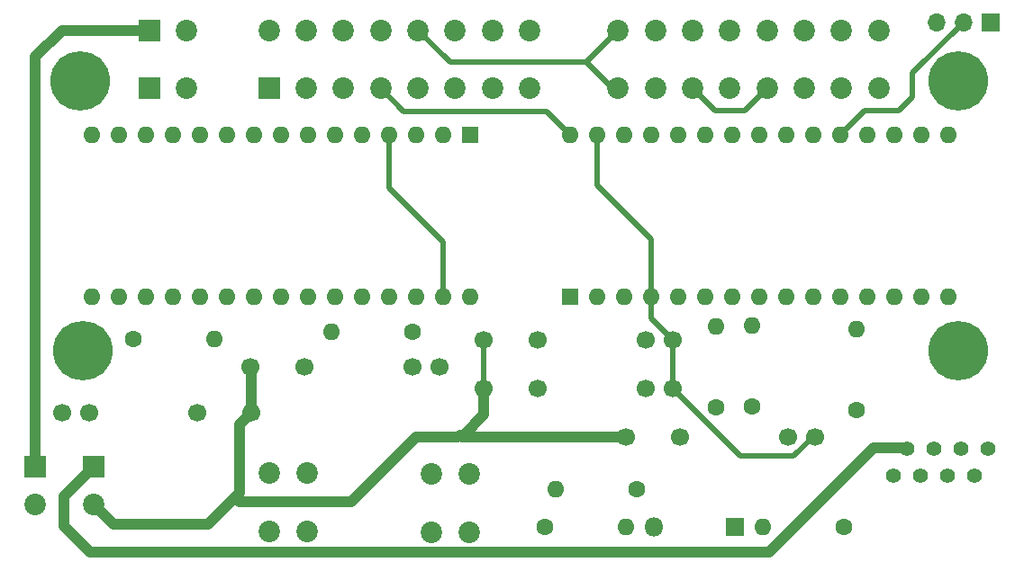
<source format=gbl>
G04 #@! TF.GenerationSoftware,KiCad,Pcbnew,7.0.7*
G04 #@! TF.CreationDate,2024-07-14T01:40:00-07:00*
G04 #@! TF.ProjectId,ACS Arduino Board,41435320-4172-4647-9569-6e6f20426f61,rev?*
G04 #@! TF.SameCoordinates,Original*
G04 #@! TF.FileFunction,Copper,L2,Bot*
G04 #@! TF.FilePolarity,Positive*
%FSLAX46Y46*%
G04 Gerber Fmt 4.6, Leading zero omitted, Abs format (unit mm)*
G04 Created by KiCad (PCBNEW 7.0.7) date 2024-07-14 01:40:00*
%MOMM*%
%LPD*%
G01*
G04 APERTURE LIST*
G04 #@! TA.AperFunction,ComponentPad*
%ADD10C,1.700000*%
G04 #@! TD*
G04 #@! TA.AperFunction,ComponentPad*
%ADD11R,1.800000X1.800000*%
G04 #@! TD*
G04 #@! TA.AperFunction,ComponentPad*
%ADD12O,1.800000X1.800000*%
G04 #@! TD*
G04 #@! TA.AperFunction,ComponentPad*
%ADD13C,1.600000*%
G04 #@! TD*
G04 #@! TA.AperFunction,ComponentPad*
%ADD14O,1.600000X1.600000*%
G04 #@! TD*
G04 #@! TA.AperFunction,ComponentPad*
%ADD15R,1.600000X1.600000*%
G04 #@! TD*
G04 #@! TA.AperFunction,ComponentPad*
%ADD16C,3.600000*%
G04 #@! TD*
G04 #@! TA.AperFunction,ConnectorPad*
%ADD17C,5.600000*%
G04 #@! TD*
G04 #@! TA.AperFunction,ComponentPad*
%ADD18C,1.397000*%
G04 #@! TD*
G04 #@! TA.AperFunction,ComponentPad*
%ADD19R,2.025000X2.025000*%
G04 #@! TD*
G04 #@! TA.AperFunction,ComponentPad*
%ADD20C,2.025000*%
G04 #@! TD*
G04 #@! TA.AperFunction,ComponentPad*
%ADD21R,1.700000X1.700000*%
G04 #@! TD*
G04 #@! TA.AperFunction,ComponentPad*
%ADD22O,1.700000X1.700000*%
G04 #@! TD*
G04 #@! TA.AperFunction,Conductor*
%ADD23C,0.500000*%
G04 #@! TD*
G04 #@! TA.AperFunction,Conductor*
%ADD24C,1.000000*%
G04 #@! TD*
G04 APERTURE END LIST*
D10*
X87451000Y-67056000D03*
X84911000Y-67056000D03*
X74751000Y-67056000D03*
X69671000Y-67056000D03*
D11*
X93280000Y-80060000D03*
D12*
X85660000Y-80060000D03*
D13*
X91530000Y-68770000D03*
D14*
X91530000Y-61150000D03*
D13*
X94950000Y-68710000D03*
D14*
X94950000Y-61090000D03*
D10*
X30095000Y-69272861D03*
X32635000Y-69272861D03*
X42795000Y-69272861D03*
X47875000Y-69272861D03*
D15*
X68410000Y-43160000D03*
D14*
X65870000Y-43160000D03*
X63330000Y-43160000D03*
X60790000Y-43160000D03*
X58250000Y-43160000D03*
X55710000Y-43160000D03*
X53170000Y-43160000D03*
X50630000Y-43160000D03*
X48090000Y-43160000D03*
X45550000Y-43160000D03*
X43010000Y-43160000D03*
X40470000Y-43160000D03*
X37930000Y-43160000D03*
X35390000Y-43160000D03*
X32850000Y-43160000D03*
X32850000Y-58400000D03*
X35390000Y-58400000D03*
X37930000Y-58400000D03*
X40470000Y-58400000D03*
X43010000Y-58400000D03*
X45550000Y-58400000D03*
X48090000Y-58400000D03*
X50630000Y-58400000D03*
X53170000Y-58400000D03*
X55710000Y-58400000D03*
X58250000Y-58400000D03*
X60790000Y-58400000D03*
X63330000Y-58400000D03*
X65870000Y-58400000D03*
X68410000Y-58400000D03*
D15*
X77840000Y-58380000D03*
D14*
X80380000Y-58380000D03*
X82920000Y-58380000D03*
X85460000Y-58380000D03*
X88000000Y-58380000D03*
X90540000Y-58380000D03*
X93080000Y-58380000D03*
X95620000Y-58380000D03*
X98160000Y-58380000D03*
X100700000Y-58380000D03*
X103240000Y-58380000D03*
X105780000Y-58380000D03*
X108320000Y-58380000D03*
X110860000Y-58380000D03*
X113400000Y-58380000D03*
X113400000Y-43140000D03*
X110860000Y-43140000D03*
X108320000Y-43140000D03*
X105780000Y-43140000D03*
X103240000Y-43140000D03*
X100700000Y-43140000D03*
X98160000Y-43140000D03*
X95620000Y-43140000D03*
X93080000Y-43140000D03*
X90540000Y-43140000D03*
X88000000Y-43140000D03*
X85460000Y-43140000D03*
X82920000Y-43140000D03*
X80380000Y-43140000D03*
X77840000Y-43140000D03*
D13*
X75430000Y-80060000D03*
D14*
X83050000Y-80060000D03*
D16*
X114300000Y-63500000D03*
D17*
X114300000Y-63500000D03*
D13*
X104760000Y-69070000D03*
D14*
X104760000Y-61450000D03*
D13*
X63019999Y-61730000D03*
D14*
X55399999Y-61730000D03*
D13*
X103580000Y-80060000D03*
D14*
X95960000Y-80060000D03*
D13*
X84110000Y-76540000D03*
D14*
X76490000Y-76540000D03*
D18*
X108209900Y-75224600D03*
X109479900Y-72684600D03*
X110749900Y-75224600D03*
X112019900Y-72684600D03*
X113289900Y-75224600D03*
X114559900Y-72684600D03*
X115829900Y-75224600D03*
X117099900Y-72684600D03*
D10*
X87451000Y-62427139D03*
X84911000Y-62427139D03*
X74751000Y-62427139D03*
X69671000Y-62427139D03*
D19*
X27520000Y-74422000D03*
X33020000Y-74422000D03*
D20*
X27520000Y-77922000D03*
X33020000Y-77922000D03*
D19*
X38260000Y-38790000D03*
X38260000Y-33290000D03*
D20*
X41760000Y-38790000D03*
X41760000Y-33290000D03*
X53058000Y-75020000D03*
X53058000Y-80520000D03*
X49558000Y-75020000D03*
X49558000Y-80520000D03*
D16*
X31750000Y-38100000D03*
D17*
X31750000Y-38100000D03*
D20*
X82330000Y-38790000D03*
X82330000Y-33290000D03*
X85830000Y-38790000D03*
X85830000Y-33290000D03*
X89330000Y-38790000D03*
X89330000Y-33290000D03*
X92830000Y-38790000D03*
X92830000Y-33290000D03*
X96330000Y-38790000D03*
X96330000Y-33290000D03*
X99830000Y-38790000D03*
X99830000Y-33290000D03*
X103330000Y-38790000D03*
X103330000Y-33290000D03*
X106830000Y-38790000D03*
X106830000Y-33290000D03*
D13*
X36710000Y-62360000D03*
D14*
X44330000Y-62360000D03*
D21*
X117333000Y-32537000D03*
D22*
X114793000Y-32537000D03*
X112253000Y-32537000D03*
D10*
X65570000Y-64989999D03*
X63030000Y-64989999D03*
X52870000Y-64989999D03*
X47790000Y-64989999D03*
X100838000Y-71571139D03*
X98298000Y-71571139D03*
X88138000Y-71571139D03*
X83058000Y-71571139D03*
D16*
X31990000Y-63500000D03*
D17*
X31990000Y-63500000D03*
D20*
X64790000Y-80580000D03*
X64790000Y-75080000D03*
X68290000Y-80580000D03*
X68290000Y-75080000D03*
D19*
X49490000Y-38790000D03*
D20*
X49490000Y-33290000D03*
X52990000Y-38790000D03*
X52990000Y-33290000D03*
X56490000Y-38790000D03*
X56490000Y-33290000D03*
X59990000Y-38790000D03*
X59990000Y-33290000D03*
X63490000Y-38790000D03*
X63490000Y-33290000D03*
X66990000Y-38790000D03*
X66990000Y-33290000D03*
X70490000Y-38790000D03*
X70490000Y-33290000D03*
X73990000Y-38790000D03*
X73990000Y-33290000D03*
D16*
X114300000Y-38100000D03*
D17*
X114300000Y-38100000D03*
D23*
X60790000Y-48150000D02*
X65870000Y-53230000D01*
X60790000Y-43160000D02*
X60790000Y-48150000D01*
X65870000Y-53230000D02*
X65870000Y-58400000D01*
X85460000Y-60436139D02*
X87451000Y-62427139D01*
X91434000Y-40894000D02*
X94226000Y-40894000D01*
X85460000Y-52940000D02*
X85460000Y-58380000D01*
X80380000Y-43140000D02*
X80380000Y-47860000D01*
X98824139Y-73406000D02*
X93801000Y-73406000D01*
X100659000Y-71571139D02*
X98824139Y-73406000D01*
X89330000Y-38790000D02*
X91434000Y-40894000D01*
X87451000Y-67056000D02*
X87451000Y-62427139D01*
X85460000Y-58380000D02*
X85460000Y-60436139D01*
X80380000Y-47860000D02*
X85460000Y-52940000D01*
X93801000Y-73406000D02*
X87451000Y-67056000D01*
X94226000Y-40894000D02*
X96330000Y-38790000D01*
X108712000Y-40894000D02*
X105486000Y-40894000D01*
X109982000Y-37338000D02*
X109982000Y-39624000D01*
X105486000Y-40894000D02*
X103240000Y-43140000D01*
X114793000Y-32537000D02*
X114783000Y-32537000D01*
X114783000Y-32537000D02*
X109982000Y-37338000D01*
X109982000Y-39624000D02*
X108712000Y-40894000D01*
X62110000Y-40910000D02*
X59990000Y-38790000D01*
X75610000Y-40910000D02*
X62110000Y-40910000D01*
X77840000Y-43140000D02*
X75610000Y-40910000D01*
X117333000Y-31989000D02*
X117333000Y-32537000D01*
X66522000Y-36322000D02*
X79298000Y-36322000D01*
X79298000Y-36322000D02*
X82330000Y-33290000D01*
X81769000Y-38790000D02*
X79301000Y-36322000D01*
X63490000Y-33290000D02*
X66522000Y-36322000D01*
X82330000Y-38790000D02*
X81769000Y-38790000D01*
X79301000Y-36322000D02*
X79298000Y-36322000D01*
D24*
X106370000Y-72580000D02*
X109375300Y-72580000D01*
X27520000Y-74422000D02*
X27520000Y-35790000D01*
X30226000Y-80010000D02*
X32648500Y-82432500D01*
X109375300Y-72580000D02*
X109479900Y-72684600D01*
X30226000Y-77216000D02*
X30226000Y-80010000D01*
X30020000Y-33290000D02*
X38260000Y-33290000D01*
X33020000Y-74422000D02*
X30226000Y-77216000D01*
X32648500Y-82432500D02*
X96517500Y-82432500D01*
X27520000Y-35790000D02*
X30020000Y-33290000D01*
X96517500Y-82432500D02*
X106370000Y-72580000D01*
X33020000Y-77922000D02*
X34878000Y-79780000D01*
X46301000Y-77289000D02*
X46736000Y-77724000D01*
D23*
X69671000Y-62427139D02*
X69640000Y-62458139D01*
D24*
X63330000Y-71590000D02*
X67259722Y-71590000D01*
D23*
X69640000Y-62458139D02*
X69640000Y-67222139D01*
D24*
X67449722Y-71400000D02*
X67620861Y-71571139D01*
X57196000Y-77724000D02*
X63330000Y-71590000D01*
X69671000Y-69521000D02*
X69671000Y-67253139D01*
X43810000Y-79780000D02*
X46301000Y-77289000D01*
X46301000Y-77289000D02*
X46736000Y-76854000D01*
X46736000Y-70411861D02*
X47875000Y-69272861D01*
X46736000Y-77724000D02*
X57196000Y-77724000D01*
D23*
X69640000Y-67222139D02*
X69671000Y-67253139D01*
D24*
X67449722Y-71400000D02*
X67792000Y-71400000D01*
X46736000Y-76854000D02*
X46736000Y-70411861D01*
X82879000Y-71571139D02*
X67620861Y-71571139D01*
X47875000Y-65074999D02*
X47790000Y-64989999D01*
X47875000Y-69272861D02*
X47875000Y-65074999D01*
X67792000Y-71400000D02*
X69671000Y-69521000D01*
X67259722Y-71590000D02*
X67449722Y-71400000D01*
X34878000Y-79780000D02*
X43810000Y-79780000D01*
M02*

</source>
